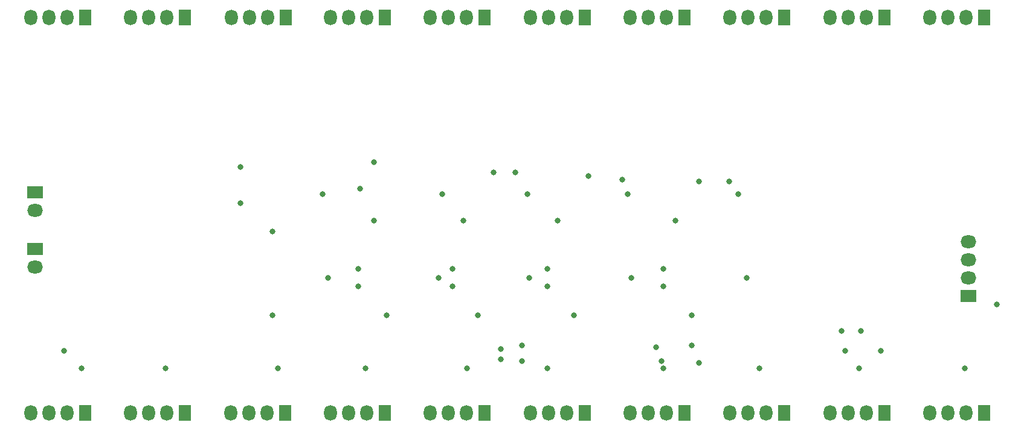
<source format=gbs>
G04*
G04 #@! TF.GenerationSoftware,Altium Limited,Altium Designer,20.0.1 (14)*
G04*
G04 Layer_Color=16711935*
%FSLAX44Y44*%
%MOMM*%
G71*
G01*
G75*
%ADD21O,2.2000X1.8000*%
%ADD22R,2.2000X1.8000*%
%ADD23O,1.8000X2.2000*%
%ADD24R,1.8000X2.2000*%
%ADD25C,0.8000*%
D21*
X35000Y859800D02*
D03*
Y779600D02*
D03*
X1342500Y765000D02*
D03*
Y790400D02*
D03*
Y815800D02*
D03*
D22*
X35000Y885200D02*
D03*
Y805000D02*
D03*
X1342500Y739600D02*
D03*
D23*
X1288800Y1130000D02*
D03*
X1314200D02*
D03*
X1339600D02*
D03*
X1148800D02*
D03*
X1174200D02*
D03*
X1199600D02*
D03*
X1059600D02*
D03*
X1034200D02*
D03*
X1008800D02*
D03*
X868800D02*
D03*
X894200D02*
D03*
X919600D02*
D03*
X779600D02*
D03*
X754200D02*
D03*
X728800D02*
D03*
X588800D02*
D03*
X614200D02*
D03*
X639600D02*
D03*
X499600D02*
D03*
X474200D02*
D03*
X448800D02*
D03*
X310310D02*
D03*
X335710D02*
D03*
X361110D02*
D03*
X219600D02*
D03*
X194200D02*
D03*
X168800D02*
D03*
X28800D02*
D03*
X54200D02*
D03*
X79600D02*
D03*
X79600Y575000D02*
D03*
X54200D02*
D03*
X28800D02*
D03*
X168800D02*
D03*
X194200D02*
D03*
X219600D02*
D03*
X359600D02*
D03*
X334200D02*
D03*
X308800D02*
D03*
X448800D02*
D03*
X474200D02*
D03*
X499600D02*
D03*
X919600D02*
D03*
X894200D02*
D03*
X868800D02*
D03*
X1008800D02*
D03*
X1034200D02*
D03*
X1059600D02*
D03*
X639600D02*
D03*
X614200D02*
D03*
X588800D02*
D03*
X728800D02*
D03*
X754200D02*
D03*
X779600D02*
D03*
X1199600D02*
D03*
X1174200D02*
D03*
X1148800D02*
D03*
X1288800D02*
D03*
X1314200D02*
D03*
X1339600D02*
D03*
D24*
X1365000Y1130000D02*
D03*
X1225000D02*
D03*
X1085000D02*
D03*
X945000D02*
D03*
X805000D02*
D03*
X665000D02*
D03*
X525000D02*
D03*
X386510D02*
D03*
X245000D02*
D03*
X105000D02*
D03*
X105000Y575000D02*
D03*
X245000D02*
D03*
X385000D02*
D03*
X525000D02*
D03*
X945000D02*
D03*
X1085000D02*
D03*
X665000D02*
D03*
X805000D02*
D03*
X1225000D02*
D03*
X1365000D02*
D03*
D25*
X75000Y662500D02*
D03*
X510000Y845000D02*
D03*
X487500Y777500D02*
D03*
Y752500D02*
D03*
X635000Y845000D02*
D03*
X620000Y777500D02*
D03*
Y752500D02*
D03*
X767500Y845000D02*
D03*
X752500Y777500D02*
D03*
Y752500D02*
D03*
X932500Y845000D02*
D03*
X915000Y777500D02*
D03*
Y752500D02*
D03*
X527500Y712500D02*
D03*
X655000D02*
D03*
X790000D02*
D03*
X955000D02*
D03*
X367500D02*
D03*
Y830000D02*
D03*
X1337500Y637500D02*
D03*
X640000D02*
D03*
X1382500Y727500D02*
D03*
X1020000Y882500D02*
D03*
X865000D02*
D03*
X490000Y890000D02*
D03*
X437500Y882500D02*
D03*
X725000D02*
D03*
X605000D02*
D03*
X375250Y637750D02*
D03*
X217500Y637500D02*
D03*
X445000Y765000D02*
D03*
X600000D02*
D03*
X727500D02*
D03*
X870000D02*
D03*
X1032500D02*
D03*
X1190000Y637500D02*
D03*
X1050000D02*
D03*
X915000D02*
D03*
X752500D02*
D03*
X497500D02*
D03*
X717500Y647500D02*
D03*
X100000Y637500D02*
D03*
X965000Y900000D02*
D03*
X1007500D02*
D03*
X810000Y907500D02*
D03*
X857500Y902500D02*
D03*
X677500Y912500D02*
D03*
X707500D02*
D03*
X510000Y927500D02*
D03*
X322500Y870000D02*
D03*
Y920000D02*
D03*
X1192500Y690000D02*
D03*
X1220000Y662500D02*
D03*
X1165000Y690000D02*
D03*
X1170000Y662500D02*
D03*
X955000Y670000D02*
D03*
X965000Y645000D02*
D03*
X905000Y667500D02*
D03*
X912500Y647500D02*
D03*
X717500Y670000D02*
D03*
X687500Y665000D02*
D03*
Y650000D02*
D03*
M02*

</source>
